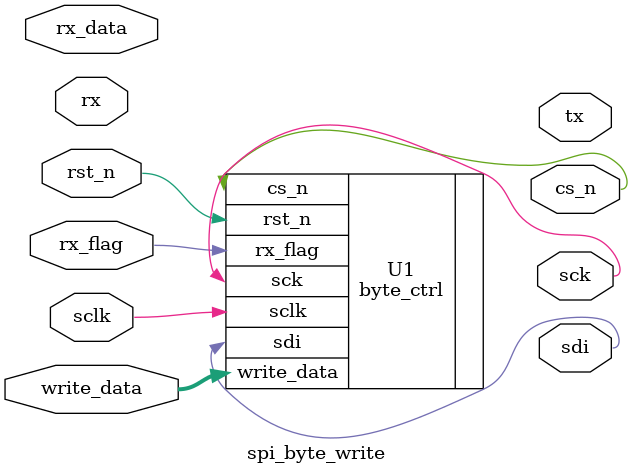
<source format=v>
module	spi_byte_write(
		input			wire			sclk	,
		input			wire			rst_n	,
		input			wire				rx				,
		input			wire[7:0]		write_data, 
		input			wire				rx_flag		,
		input			wire[7:0]		rx_data		,
		output		wire				tx				,
		output		wire				cs_n			,
		output		wire				sdi				,
		output		wire				sck		
		
);
 
//wire[7:0]		write_data; 
//wire				rx_flag		;
//wire[7:0]		rx_data		;

////uartÀý»¯
//uart_top	U0(
//.sclk		(sclk	),
//.rst_n	(rst_n)	, 
//.rx     (rx   ) ,
//.po_data(write_data),
//.po_flag(rx_flag),
//.tx			(tx		)	//tx²¢ÐÐ°ËÎ»Êý¾Ý
//);

//pp_ctrlÀý»¯ 
byte_ctrl	U1(
.sclk				(sclk				),//from top
.rst_n			(rst_n			),//from	top
.rx_flag		(rx_flag		),//from	U2
.write_data	(write_data		),//from	U2
.cs_n				(cs_n				),//to		top
.sdi				(sdi				),//to		top
.sck				(sck				)//to		top
);


endmodule	
</source>
